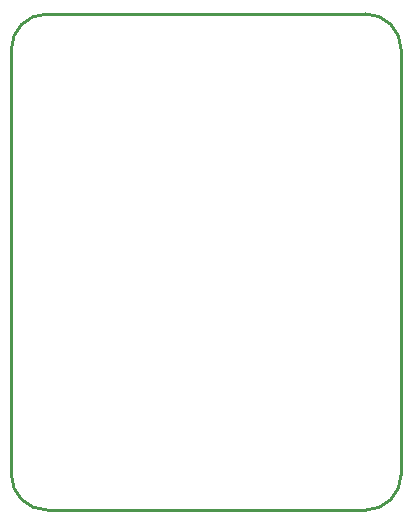
<source format=gko>
G04 Layer: BoardOutlineLayer*
G04 EasyEDA Pro v2.1.57.773a98f1.225d47, 2024-05-26 20:13:35*
G04 Gerber Generator version 0.3*
G04 Scale: 100 percent, Rotated: No, Reflected: No*
G04 Dimensions in millimeters*
G04 Leading zeros omitted, absolute positions, 3 integers and 5 decimals*
%FSLAX35Y35*%
%MOMM*%
%ADD10C,0.254*%
G75*


G04 Rect Start*
G54D10*
G01X0Y-300000D02*
G01X0Y-3900000D01*
G03X300000Y-4200000I300000J0D01*
G01X3000000D01*
G03X3300000Y-3900000I0J300000D01*
G01Y-300000D01*
G03X3000000Y0I-300000J0D01*
G01X300000D01*
G03X0Y-300000I0J-300000D01*
G04 Rect End*

M02*

</source>
